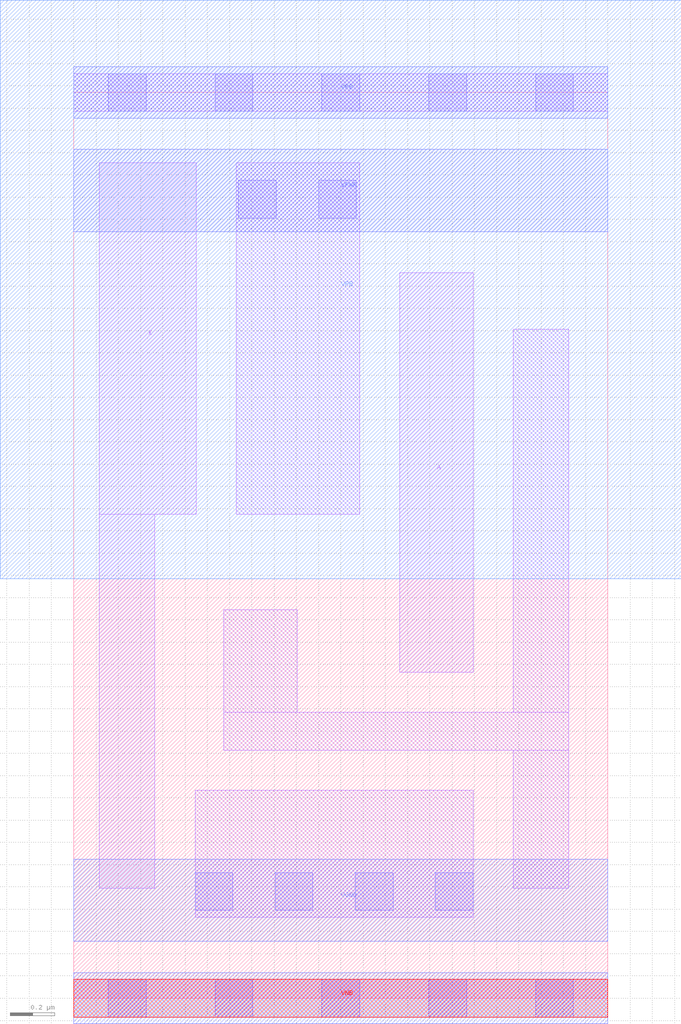
<source format=lef>
# Copyright 2020 The SkyWater PDK Authors
#
# Licensed under the Apache License, Version 2.0 (the "License");
# you may not use this file except in compliance with the License.
# You may obtain a copy of the License at
#
#     https://www.apache.org/licenses/LICENSE-2.0
#
# Unless required by applicable law or agreed to in writing, software
# distributed under the License is distributed on an "AS IS" BASIS,
# WITHOUT WARRANTIES OR CONDITIONS OF ANY KIND, either express or implied.
# See the License for the specific language governing permissions and
# limitations under the License.
#
# SPDX-License-Identifier: Apache-2.0

VERSION 5.7 ;
  NOWIREEXTENSIONATPIN ON ;
  DIVIDERCHAR "/" ;
  BUSBITCHARS "[]" ;
MACRO sky130_fd_sc_hvl__buf_1
  CLASS CORE ;
  FOREIGN sky130_fd_sc_hvl__buf_1 ;
  ORIGIN  0.000000  0.000000 ;
  SIZE  2.400000 BY  4.070000 ;
  SYMMETRY X Y ;
  SITE unithv ;
  PIN A
    ANTENNAGATEAREA  0.585000 ;
    DIRECTION INPUT ;
    USE SIGNAL ;
    PORT
      LAYER li1 ;
        RECT 1.465000 1.465000 1.795000 3.260000 ;
    END
  END A
  PIN X
    ANTENNADIFFAREA  0.626250 ;
    DIRECTION OUTPUT ;
    USE SIGNAL ;
    PORT
      LAYER li1 ;
        RECT 0.115000 0.495000 0.365000 2.175000 ;
        RECT 0.115000 2.175000 0.550000 3.755000 ;
    END
  END X
  PIN VGND
    DIRECTION INOUT ;
    USE GROUND ;
    PORT
      LAYER met1 ;
        RECT 0.000000 0.255000 2.400000 0.625000 ;
    END
  END VGND
  PIN VNB
    DIRECTION INOUT ;
    USE GROUND ;
    PORT
      LAYER met1 ;
        RECT 0.000000 -0.115000 2.400000 0.115000 ;
      LAYER pwell ;
        RECT 0.000000 -0.085000 2.400000 0.085000 ;
    END
  END VNB
  PIN VPB
    DIRECTION INOUT ;
    USE POWER ;
    PORT
      LAYER met1 ;
        RECT 0.000000 3.955000 2.400000 4.185000 ;
      LAYER nwell ;
        RECT -0.330000 1.885000 2.730000 4.485000 ;
    END
  END VPB
  PIN VPWR
    DIRECTION INOUT ;
    USE POWER ;
    PORT
      LAYER met1 ;
        RECT 0.000000 3.445000 2.400000 3.815000 ;
    END
  END VPWR
  OBS
    LAYER li1 ;
      RECT 0.000000 -0.085000 2.400000 0.085000 ;
      RECT 0.000000  3.985000 2.400000 4.155000 ;
      RECT 0.545000  0.365000 1.795000 0.935000 ;
      RECT 0.675000  1.115000 2.225000 1.285000 ;
      RECT 0.675000  1.285000 1.005000 1.745000 ;
      RECT 0.730000  2.175000 1.285000 3.755000 ;
      RECT 1.975000  0.495000 2.225000 1.115000 ;
      RECT 1.975000  1.285000 2.225000 3.005000 ;
    LAYER mcon ;
      RECT 0.155000 -0.085000 0.325000 0.085000 ;
      RECT 0.155000  3.985000 0.325000 4.155000 ;
      RECT 0.545000  0.395000 0.715000 0.565000 ;
      RECT 0.635000 -0.085000 0.805000 0.085000 ;
      RECT 0.635000  3.985000 0.805000 4.155000 ;
      RECT 0.740000  3.505000 0.910000 3.675000 ;
      RECT 0.905000  0.395000 1.075000 0.565000 ;
      RECT 1.100000  3.505000 1.270000 3.675000 ;
      RECT 1.115000 -0.085000 1.285000 0.085000 ;
      RECT 1.115000  3.985000 1.285000 4.155000 ;
      RECT 1.265000  0.395000 1.435000 0.565000 ;
      RECT 1.595000 -0.085000 1.765000 0.085000 ;
      RECT 1.595000  3.985000 1.765000 4.155000 ;
      RECT 1.625000  0.395000 1.795000 0.565000 ;
      RECT 2.075000 -0.085000 2.245000 0.085000 ;
      RECT 2.075000  3.985000 2.245000 4.155000 ;
  END
END sky130_fd_sc_hvl__buf_1
END LIBRARY

</source>
